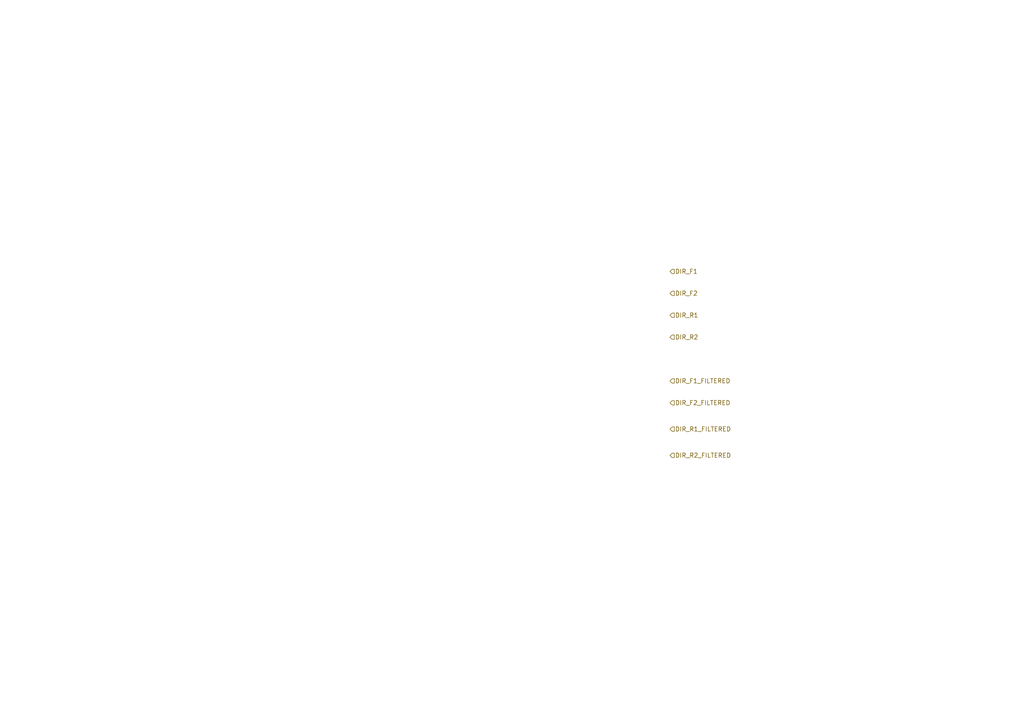
<source format=kicad_sch>
(kicad_sch
	(version 20231120)
	(generator "eeschema")
	(generator_version "8.0")
	(uuid "a4982f51-3cd8-4c65-9865-55033ee95397")
	(paper "A4")
	(lib_symbols)
	(hierarchical_label "DIR_R2"
		(shape input)
		(at 194.31 97.79 0)
		(fields_autoplaced yes)
		(effects
			(font
				(size 1.27 1.27)
			)
			(justify left)
		)
		(uuid "55e66c92-ef49-475a-bc99-b7fed0e7830c")
	)
	(hierarchical_label "DIR_R1_FILTERED"
		(shape input)
		(at 194.31 124.46 0)
		(fields_autoplaced yes)
		(effects
			(font
				(size 1.27 1.27)
			)
			(justify left)
		)
		(uuid "5d06eda9-64c1-4722-a177-3a53d36b656c")
	)
	(hierarchical_label "DIR_R2_FILTERED"
		(shape input)
		(at 194.31 132.08 0)
		(fields_autoplaced yes)
		(effects
			(font
				(size 1.27 1.27)
			)
			(justify left)
		)
		(uuid "a7a77485-4bf7-485d-b29a-43f64c529967")
	)
	(hierarchical_label "DIR_F1"
		(shape input)
		(at 194.31 78.74 0)
		(fields_autoplaced yes)
		(effects
			(font
				(size 1.27 1.27)
			)
			(justify left)
		)
		(uuid "b8d227c0-8117-48b6-8beb-42c4438c7e81")
	)
	(hierarchical_label "DIR_F1_FILTERED"
		(shape input)
		(at 194.31 110.49 0)
		(fields_autoplaced yes)
		(effects
			(font
				(size 1.27 1.27)
			)
			(justify left)
		)
		(uuid "c7222508-0986-48cc-a58a-32f41e30a55e")
	)
	(hierarchical_label "DIR_F2"
		(shape input)
		(at 194.31 85.09 0)
		(fields_autoplaced yes)
		(effects
			(font
				(size 1.27 1.27)
			)
			(justify left)
		)
		(uuid "e0867823-03ef-490c-95d7-c3b7fd6d72a9")
	)
	(hierarchical_label "DIR_F2_FILTERED"
		(shape input)
		(at 194.31 116.84 0)
		(fields_autoplaced yes)
		(effects
			(font
				(size 1.27 1.27)
			)
			(justify left)
		)
		(uuid "ec8a3d77-cb15-41d2-89ee-7340321025ff")
	)
	(hierarchical_label "DIR_R1"
		(shape input)
		(at 194.31 91.44 0)
		(fields_autoplaced yes)
		(effects
			(font
				(size 1.27 1.27)
			)
			(justify left)
		)
		(uuid "f4a22cf7-f4cd-4f92-8da7-971f9dc79aaa")
	)
)

</source>
